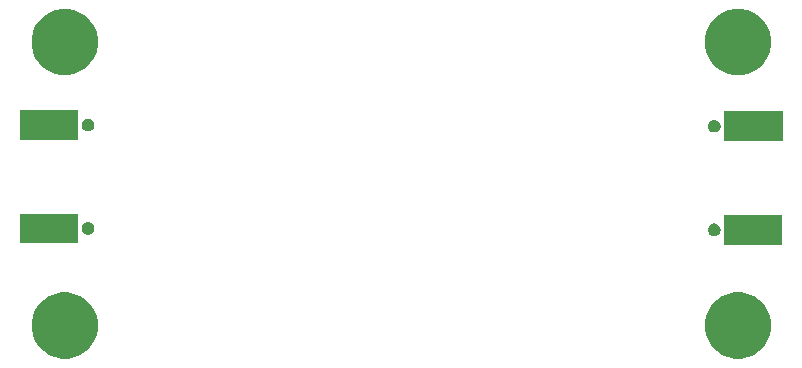
<source format=gbr>
G04 #@! TF.GenerationSoftware,KiCad,Pcbnew,5.1.2-f72e74a~84~ubuntu18.04.1*
G04 #@! TF.CreationDate,2019-08-01T22:55:58-04:00*
G04 #@! TF.ProjectId,iss-lna,6973732d-6c6e-4612-9e6b-696361645f70,rev?*
G04 #@! TF.SameCoordinates,Original*
G04 #@! TF.FileFunction,Soldermask,Bot*
G04 #@! TF.FilePolarity,Negative*
%FSLAX46Y46*%
G04 Gerber Fmt 4.6, Leading zero omitted, Abs format (unit mm)*
G04 Created by KiCad (PCBNEW 5.1.2-f72e74a~84~ubuntu18.04.1) date 2019-08-01 22:55:58*
%MOMM*%
%LPD*%
G04 APERTURE LIST*
%ADD10C,0.100000*%
G04 APERTURE END LIST*
D10*
G36*
X83817021Y-67306640D02*
G01*
X84326769Y-67517785D01*
X84326771Y-67517786D01*
X84785534Y-67824321D01*
X85175679Y-68214466D01*
X85482214Y-68673229D01*
X85482215Y-68673231D01*
X85693360Y-69182979D01*
X85801000Y-69724124D01*
X85801000Y-70275876D01*
X85693360Y-70817021D01*
X85482215Y-71326769D01*
X85482214Y-71326771D01*
X85175679Y-71785534D01*
X84785534Y-72175679D01*
X84326771Y-72482214D01*
X84326770Y-72482215D01*
X84326769Y-72482215D01*
X83817021Y-72693360D01*
X83275876Y-72801000D01*
X82724124Y-72801000D01*
X82182979Y-72693360D01*
X81673231Y-72482215D01*
X81673230Y-72482215D01*
X81673229Y-72482214D01*
X81214466Y-72175679D01*
X80824321Y-71785534D01*
X80517786Y-71326771D01*
X80517785Y-71326769D01*
X80306640Y-70817021D01*
X80199000Y-70275876D01*
X80199000Y-69724124D01*
X80306640Y-69182979D01*
X80517785Y-68673231D01*
X80517786Y-68673229D01*
X80824321Y-68214466D01*
X81214466Y-67824321D01*
X81673229Y-67517786D01*
X81673231Y-67517785D01*
X82182979Y-67306640D01*
X82724124Y-67199000D01*
X83275876Y-67199000D01*
X83817021Y-67306640D01*
X83817021Y-67306640D01*
G37*
G36*
X140817021Y-67306640D02*
G01*
X141326769Y-67517785D01*
X141326771Y-67517786D01*
X141785534Y-67824321D01*
X142175679Y-68214466D01*
X142482214Y-68673229D01*
X142482215Y-68673231D01*
X142693360Y-69182979D01*
X142801000Y-69724124D01*
X142801000Y-70275876D01*
X142693360Y-70817021D01*
X142482215Y-71326769D01*
X142482214Y-71326771D01*
X142175679Y-71785534D01*
X141785534Y-72175679D01*
X141326771Y-72482214D01*
X141326770Y-72482215D01*
X141326769Y-72482215D01*
X140817021Y-72693360D01*
X140275876Y-72801000D01*
X139724124Y-72801000D01*
X139182979Y-72693360D01*
X138673231Y-72482215D01*
X138673230Y-72482215D01*
X138673229Y-72482214D01*
X138214466Y-72175679D01*
X137824321Y-71785534D01*
X137517786Y-71326771D01*
X137517785Y-71326769D01*
X137306640Y-70817021D01*
X137199000Y-70275876D01*
X137199000Y-69724124D01*
X137306640Y-69182979D01*
X137517785Y-68673231D01*
X137517786Y-68673229D01*
X137824321Y-68214466D01*
X138214466Y-67824321D01*
X138673229Y-67517786D01*
X138673231Y-67517785D01*
X139182979Y-67306640D01*
X139724124Y-67199000D01*
X140275876Y-67199000D01*
X140817021Y-67306640D01*
X140817021Y-67306640D01*
G37*
G36*
X143766000Y-63139000D02*
G01*
X138834000Y-63139000D01*
X138834000Y-60624000D01*
X143766000Y-60624000D01*
X143766000Y-63139000D01*
X143766000Y-63139000D01*
G37*
G36*
X84116000Y-63029000D02*
G01*
X79184000Y-63029000D01*
X79184000Y-60514000D01*
X84116000Y-60514000D01*
X84116000Y-63029000D01*
X84116000Y-63029000D01*
G37*
G36*
X138151645Y-61368405D02*
G01*
X138248753Y-61408629D01*
X138336149Y-61467025D01*
X138410475Y-61541351D01*
X138468871Y-61628747D01*
X138509095Y-61725855D01*
X138529600Y-61828944D01*
X138529600Y-61934056D01*
X138509095Y-62037145D01*
X138468871Y-62134253D01*
X138410475Y-62221649D01*
X138336149Y-62295975D01*
X138248753Y-62354371D01*
X138151645Y-62394595D01*
X138048556Y-62415100D01*
X137943444Y-62415100D01*
X137840355Y-62394595D01*
X137743247Y-62354371D01*
X137655851Y-62295975D01*
X137581525Y-62221649D01*
X137523129Y-62134253D01*
X137482905Y-62037145D01*
X137462400Y-61934056D01*
X137462400Y-61828944D01*
X137482905Y-61725855D01*
X137523129Y-61628747D01*
X137581525Y-61541351D01*
X137655851Y-61467025D01*
X137743247Y-61408629D01*
X137840355Y-61368405D01*
X137943444Y-61347900D01*
X138048556Y-61347900D01*
X138151645Y-61368405D01*
X138151645Y-61368405D01*
G37*
G36*
X85124645Y-61258405D02*
G01*
X85221753Y-61298629D01*
X85309149Y-61357025D01*
X85383475Y-61431351D01*
X85441871Y-61518747D01*
X85482095Y-61615855D01*
X85502600Y-61718944D01*
X85502600Y-61824056D01*
X85482095Y-61927145D01*
X85441871Y-62024253D01*
X85383475Y-62111649D01*
X85309149Y-62185975D01*
X85221753Y-62244371D01*
X85124645Y-62284595D01*
X85021556Y-62305100D01*
X84916444Y-62305100D01*
X84813355Y-62284595D01*
X84716247Y-62244371D01*
X84628851Y-62185975D01*
X84554525Y-62111649D01*
X84496129Y-62024253D01*
X84455905Y-61927145D01*
X84435400Y-61824056D01*
X84435400Y-61718944D01*
X84455905Y-61615855D01*
X84496129Y-61518747D01*
X84554525Y-61431351D01*
X84628851Y-61357025D01*
X84716247Y-61298629D01*
X84813355Y-61258405D01*
X84916444Y-61237900D01*
X85021556Y-61237900D01*
X85124645Y-61258405D01*
X85124645Y-61258405D01*
G37*
G36*
X143781000Y-54376000D02*
G01*
X138849000Y-54376000D01*
X138849000Y-51861000D01*
X143781000Y-51861000D01*
X143781000Y-54376000D01*
X143781000Y-54376000D01*
G37*
G36*
X84131000Y-54266000D02*
G01*
X79199000Y-54266000D01*
X79199000Y-51751000D01*
X84131000Y-51751000D01*
X84131000Y-54266000D01*
X84131000Y-54266000D01*
G37*
G36*
X138151645Y-52605405D02*
G01*
X138248753Y-52645629D01*
X138336149Y-52704025D01*
X138410475Y-52778351D01*
X138468871Y-52865747D01*
X138509095Y-52962855D01*
X138529600Y-53065944D01*
X138529600Y-53171056D01*
X138509095Y-53274145D01*
X138468871Y-53371253D01*
X138410475Y-53458649D01*
X138336149Y-53532975D01*
X138248753Y-53591371D01*
X138151645Y-53631595D01*
X138048556Y-53652100D01*
X137943444Y-53652100D01*
X137840355Y-53631595D01*
X137743247Y-53591371D01*
X137655851Y-53532975D01*
X137581525Y-53458649D01*
X137523129Y-53371253D01*
X137482905Y-53274145D01*
X137462400Y-53171056D01*
X137462400Y-53065944D01*
X137482905Y-52962855D01*
X137523129Y-52865747D01*
X137581525Y-52778351D01*
X137655851Y-52704025D01*
X137743247Y-52645629D01*
X137840355Y-52605405D01*
X137943444Y-52584900D01*
X138048556Y-52584900D01*
X138151645Y-52605405D01*
X138151645Y-52605405D01*
G37*
G36*
X85124645Y-52495405D02*
G01*
X85221753Y-52535629D01*
X85309149Y-52594025D01*
X85383475Y-52668351D01*
X85441871Y-52755747D01*
X85482095Y-52852855D01*
X85502600Y-52955944D01*
X85502600Y-53061056D01*
X85482095Y-53164145D01*
X85441871Y-53261253D01*
X85383475Y-53348649D01*
X85309149Y-53422975D01*
X85221753Y-53481371D01*
X85124645Y-53521595D01*
X85021556Y-53542100D01*
X84916444Y-53542100D01*
X84813355Y-53521595D01*
X84716247Y-53481371D01*
X84628851Y-53422975D01*
X84554525Y-53348649D01*
X84496129Y-53261253D01*
X84455905Y-53164145D01*
X84435400Y-53061056D01*
X84435400Y-52955944D01*
X84455905Y-52852855D01*
X84496129Y-52755747D01*
X84554525Y-52668351D01*
X84628851Y-52594025D01*
X84716247Y-52535629D01*
X84813355Y-52495405D01*
X84916444Y-52474900D01*
X85021556Y-52474900D01*
X85124645Y-52495405D01*
X85124645Y-52495405D01*
G37*
G36*
X83817021Y-43306640D02*
G01*
X84326769Y-43517785D01*
X84326771Y-43517786D01*
X84785534Y-43824321D01*
X85175679Y-44214466D01*
X85482214Y-44673229D01*
X85482215Y-44673231D01*
X85693360Y-45182979D01*
X85801000Y-45724124D01*
X85801000Y-46275876D01*
X85693360Y-46817021D01*
X85482215Y-47326769D01*
X85482214Y-47326771D01*
X85175679Y-47785534D01*
X84785534Y-48175679D01*
X84326771Y-48482214D01*
X84326770Y-48482215D01*
X84326769Y-48482215D01*
X83817021Y-48693360D01*
X83275876Y-48801000D01*
X82724124Y-48801000D01*
X82182979Y-48693360D01*
X81673231Y-48482215D01*
X81673230Y-48482215D01*
X81673229Y-48482214D01*
X81214466Y-48175679D01*
X80824321Y-47785534D01*
X80517786Y-47326771D01*
X80517785Y-47326769D01*
X80306640Y-46817021D01*
X80199000Y-46275876D01*
X80199000Y-45724124D01*
X80306640Y-45182979D01*
X80517785Y-44673231D01*
X80517786Y-44673229D01*
X80824321Y-44214466D01*
X81214466Y-43824321D01*
X81673229Y-43517786D01*
X81673231Y-43517785D01*
X82182979Y-43306640D01*
X82724124Y-43199000D01*
X83275876Y-43199000D01*
X83817021Y-43306640D01*
X83817021Y-43306640D01*
G37*
G36*
X140817021Y-43306640D02*
G01*
X141326769Y-43517785D01*
X141326771Y-43517786D01*
X141785534Y-43824321D01*
X142175679Y-44214466D01*
X142482214Y-44673229D01*
X142482215Y-44673231D01*
X142693360Y-45182979D01*
X142801000Y-45724124D01*
X142801000Y-46275876D01*
X142693360Y-46817021D01*
X142482215Y-47326769D01*
X142482214Y-47326771D01*
X142175679Y-47785534D01*
X141785534Y-48175679D01*
X141326771Y-48482214D01*
X141326770Y-48482215D01*
X141326769Y-48482215D01*
X140817021Y-48693360D01*
X140275876Y-48801000D01*
X139724124Y-48801000D01*
X139182979Y-48693360D01*
X138673231Y-48482215D01*
X138673230Y-48482215D01*
X138673229Y-48482214D01*
X138214466Y-48175679D01*
X137824321Y-47785534D01*
X137517786Y-47326771D01*
X137517785Y-47326769D01*
X137306640Y-46817021D01*
X137199000Y-46275876D01*
X137199000Y-45724124D01*
X137306640Y-45182979D01*
X137517785Y-44673231D01*
X137517786Y-44673229D01*
X137824321Y-44214466D01*
X138214466Y-43824321D01*
X138673229Y-43517786D01*
X138673231Y-43517785D01*
X139182979Y-43306640D01*
X139724124Y-43199000D01*
X140275876Y-43199000D01*
X140817021Y-43306640D01*
X140817021Y-43306640D01*
G37*
M02*

</source>
